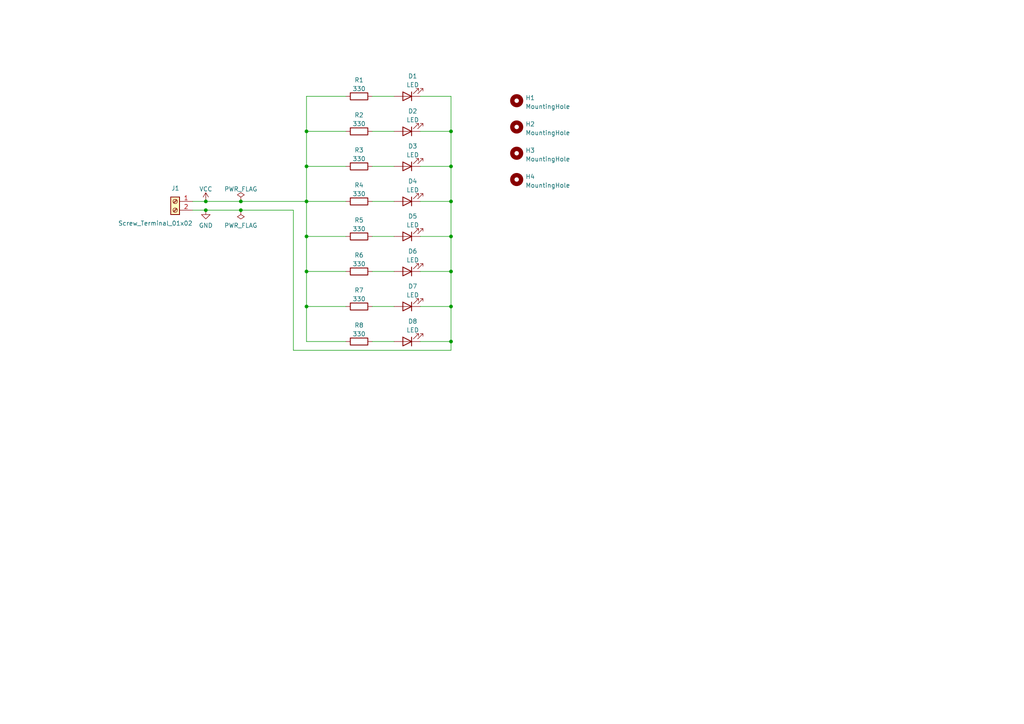
<source format=kicad_sch>
(kicad_sch (version 20211123) (generator eeschema)
  (paper "A4")
  (lib_symbols
    (symbol "Connector:Screw_Terminal_01x02" (pin_names (offset 1.016) hide)
      (property "Reference" "J" (at 0 2.54 0))
      (property "Value" "Screw_Terminal_01x02" (at 0 -5.08 0))
      (symbol "Screw_Terminal_01x02_1_1"
        (rectangle (start -1.27 1.27) (end 1.27 -3.81) (stroke (width 0.254)) (fill (type background)))
        (circle (center 0 -2.54) (radius 0.635) (stroke (width 0.1524)))
        (polyline (pts (xy -0.5334 -2.2098) (xy 0.3302 -3.048)) (stroke (width 0.1524)))
        (polyline (pts (xy -0.5334 0.3302) (xy 0.3302 -0.508)) (stroke (width 0.1524)))
        (polyline (pts (xy -0.3556 -2.032) (xy 0.508 -2.8702)) (stroke (width 0.1524)))
        (polyline (pts (xy -0.3556 0.508) (xy 0.508 -0.3302)) (stroke (width 0.1524)))
        (circle (center 0 0) (radius 0.635) (stroke (width 0.1524)))
        (pin passive line (at -5.08 0 0) (length 3.81) (name "Pin_1") (number "1"))
        (pin passive line (at -5.08 -2.54 0) (length 3.81) (name "Pin_2") (number "2"))
      )
    )
    (symbol "Device:LED" (pin_numbers hide) (pin_names (offset 1.016) hide)
      (property "Reference" "D" (at 0 2.54 0))
      (property "Value" "LED" (at 0 -2.54 0))
      (symbol "LED_0_1"
        (polyline (pts (xy -1.27 -1.27) (xy -1.27 1.27)) (stroke (width 0.254)))
        (polyline (pts (xy -1.27 0) (xy 1.27 0)))
        (polyline (pts (xy 1.27 -1.27) (xy 1.27 1.27) (xy -1.27 0) (xy 1.27 -1.27)) (stroke (width 0.254)))
        (polyline (pts (xy -3.048 -0.762) (xy -4.572 -2.286) (xy -3.81 -2.286) (xy -4.572 -2.286) (xy -4.572 -1.524)))
        (polyline (pts (xy -1.778 -0.762) (xy -3.302 -2.286) (xy -2.54 -2.286) (xy -3.302 -2.286) (xy -3.302 -1.524)))
      )
      (symbol "LED_1_1"
        (pin passive line (at -3.81 0 0) (length 2.54) (name "K") (number "1"))
        (pin passive line (at 3.81 0 180) (length 2.54) (name "A") (number "2"))
      )
    )
    (symbol "Device:R" (pin_numbers hide) (pin_names (offset 0))
      (property "Reference" "R" (at 2.032 0 90))
      (property "Value" "R" (at 0 0 90))
      (symbol "R_0_1"
        (rectangle (start -1.016 -2.54) (end 1.016 2.54) (stroke (width 0.254)))
      )
      (symbol "R_1_1"
        (pin passive line (at 0 3.81 270) (length 1.27) (name "~") (number "1"))
        (pin passive line (at 0 -3.81 90) (length 1.27) (name "~") (number "2"))
      )
    )
    (symbol "Mechanical:MountingHole" (pin_names (offset 1.016))
      (property "Reference" "H" (at 0 5.08 0))
      (property "Value" "MountingHole" (at 0 3.175 0))
      (symbol "MountingHole_0_1"
        (circle (center 0 0) (radius 1.27) (stroke (width 1.27)))
      )
    )
    (symbol "power:GND" (power) (pin_names (offset 0))
      (property "Value" "GND" (at 0 -3.81 0))
      (symbol "GND_0_1"
        (polyline (pts (xy 0 0) (xy 0 -1.27) (xy 1.27 -1.27) (xy 0 -2.54) (xy -1.27 -1.27) (xy 0 -1.27)))
      )
      (symbol "GND_1_1"
        (pin power_in line (at 0 0 270) (length 0) hide (name "GND") (number "1"))
      )
    )
    (symbol "power:PWR_FLAG" (power) (pin_numbers hide) (pin_names (offset 0) hide)
      (property "Value" "PWR_FLAG" (at 0 3.81 0))
      (symbol "PWR_FLAG_0_0"
        (pin power_out line (at 0 0 90) (length 0) (name "pwr") (number "1"))
      )
      (symbol "PWR_FLAG_0_1"
        (polyline (pts (xy 0 0) (xy 0 1.27) (xy -1.016 1.905) (xy 0 2.54) (xy 1.016 1.905) (xy 0 1.27)))
      )
    )
    (symbol "power:VCC" (power) (pin_names (offset 0))
      (property "Value" "VCC" (at 0 3.81 0))
      (symbol "VCC_0_1"
        (polyline (pts (xy -0.762 1.27) (xy 0 2.54)))
        (polyline (pts (xy 0 0) (xy 0 2.54)))
        (polyline (pts (xy 0 2.54) (xy 0.762 1.27)))
      )
      (symbol "VCC_1_1"
        (pin power_in line (at 0 0 90) (length 0) hide (name "VCC") (number "1"))
      )
    )
  )
  (junction (at 69.85 58.42))
  (junction (at 69.85 60.96))
  (junction (at 130.81 38.1))
  (junction (at 130.81 48.26))
  (junction (at 130.81 58.42))
  (junction (at 130.81 99.06))
  (junction (at 130.81 88.9))
  (junction (at 59.69 58.42))
  (junction (at 130.81 78.74))
  (junction (at 88.9 78.74))
  (junction (at 88.9 48.26))
  (junction (at 88.9 58.42))
  (junction (at 88.9 38.1))
  (junction (at 88.9 68.58))
  (junction (at 59.69 60.96))
  (junction (at 130.81 68.58))
  (junction (at 88.9 88.9))
  (wire (pts (xy 55.88 58.42) (xy 59.69 58.42)))
  (wire (pts (xy 121.92 88.9) (xy 130.81 88.9)))
  (wire (pts (xy 59.69 60.96) (xy 69.85 60.96)))
  (wire (pts (xy 59.69 58.42) (xy 69.85 58.42)))
  (wire (pts (xy 130.81 88.9) (xy 130.81 78.74)))
  (wire (pts (xy 130.81 58.42) (xy 130.81 48.26)))
  (wire (pts (xy 130.81 27.94) (xy 121.92 27.94)))
  (wire (pts (xy 88.9 38.1) (xy 88.9 48.26)))
  (wire (pts (xy 88.9 27.94) (xy 88.9 38.1)))
  (wire (pts (xy 100.33 48.26) (xy 88.9 48.26)))
  (wire (pts (xy 121.92 68.58) (xy 130.81 68.58)))
  (wire (pts (xy 55.88 60.96) (xy 59.69 60.96)))
  (wire (pts (xy 88.9 78.74) (xy 100.33 78.74)))
  (wire (pts (xy 100.33 99.06) (xy 88.9 99.06)))
  (wire (pts (xy 130.81 88.9) (xy 130.81 99.06)))
  (wire (pts (xy 107.95 58.42) (xy 114.3 58.42)))
  (wire (pts (xy 121.92 38.1) (xy 130.81 38.1)))
  (wire (pts (xy 107.95 27.94) (xy 114.3 27.94)))
  (wire (pts (xy 107.95 88.9) (xy 114.3 88.9)))
  (wire (pts (xy 88.9 88.9) (xy 88.9 78.74)))
  (wire (pts (xy 88.9 88.9) (xy 100.33 88.9)))
  (wire (pts (xy 88.9 48.26) (xy 88.9 58.42)))
  (wire (pts (xy 69.85 58.42) (xy 88.9 58.42)))
  (wire (pts (xy 130.81 68.58) (xy 130.81 58.42)))
  (wire (pts (xy 121.92 48.26) (xy 130.81 48.26)))
  (wire (pts (xy 107.95 68.58) (xy 114.3 68.58)))
  (wire (pts (xy 130.81 48.26) (xy 130.81 38.1)))
  (wire (pts (xy 107.95 38.1) (xy 114.3 38.1)))
  (wire (pts (xy 130.81 38.1) (xy 130.81 27.94)))
  (wire (pts (xy 107.95 48.26) (xy 114.3 48.26)))
  (wire (pts (xy 130.81 99.06) (xy 130.81 101.6)))
  (wire (pts (xy 88.9 38.1) (xy 100.33 38.1)))
  (wire (pts (xy 100.33 27.94) (xy 88.9 27.94)))
  (wire (pts (xy 69.85 60.96) (xy 85.09 60.96)))
  (wire (pts (xy 121.92 78.74) (xy 130.81 78.74)))
  (wire (pts (xy 107.95 78.74) (xy 114.3 78.74)))
  (wire (pts (xy 85.09 101.6) (xy 130.81 101.6)))
  (wire (pts (xy 85.09 60.96) (xy 85.09 101.6)))
  (wire (pts (xy 130.81 78.74) (xy 130.81 68.58)))
  (wire (pts (xy 121.92 58.42) (xy 130.81 58.42)))
  (wire (pts (xy 88.9 78.74) (xy 88.9 68.58)))
  (wire (pts (xy 88.9 99.06) (xy 88.9 88.9)))
  (wire (pts (xy 88.9 68.58) (xy 100.33 68.58)))
  (wire (pts (xy 88.9 68.58) (xy 88.9 58.42)))
  (wire (pts (xy 107.95 99.06) (xy 114.3 99.06)))
  (wire (pts (xy 121.92 99.06) (xy 130.81 99.06)))
  (wire (pts (xy 88.9 58.42) (xy 100.33 58.42)))
  (symbol (lib_id "Device:LED") (at 118.11 27.94 180) (unit 1)
    (property "Reference" "D1" (at 119.6975 22.0812 0))
    (property "Value" "LED" (at 119.6975 24.6181 0))
    (property "Footprint" "LED_SMD:LED_0201_0603Metric" (effects hide))
  )
  (symbol (lib_id "Device:R") (at 104.14 58.42 90) (unit 1)
    (property "Reference" "R4" (at 104.14 53.7042 90))
    (property "Value" "330" (at 104.14 56.2411 90))
    (property "Footprint" "Resistor_SMD:R_0201_0603Metric" (effects hide))
  )
  (symbol (lib_id "Device:LED") (at 118.11 58.42 180) (unit 1)
    (property "Reference" "D4" (at 119.6975 52.5612 0))
    (property "Value" "LED" (at 119.6975 55.0981 0))
    (property "Footprint" "LED_SMD:LED_0201_0603Metric" (effects hide))
  )
  (symbol (lib_id "power:GND") (at 59.69 60.96 0) (unit 1)
    (property "Reference" "#PWR0102" (effects hide))
    (property "Value" "GND" (at 59.69 65.4034 0))
  )
  (symbol (lib_id "Mechanical:MountingHole") (at 149.86 29.21 0) (unit 1)
    (property "Reference" "H1" (at 152.4 28.3753 0) (effects (justify left)))
    (property "Value" "MountingHole" (at 152.4 30.9122 0) (effects (justify left)))
    (property "Footprint" "MountingHole:MountingHole_2.5mm" (effects hide))
  )
  (symbol (lib_id "Device:R") (at 104.14 78.74 90) (unit 1)
    (property "Reference" "R6" (at 104.14 74.0242 90))
    (property "Value" "330" (at 104.14 76.5611 90))
    (property "Footprint" "Resistor_SMD:R_0201_0603Metric" (effects hide))
  )
  (symbol (lib_id "Mechanical:MountingHole") (at 149.86 36.83 0) (unit 1)
    (property "Reference" "H2" (at 152.4 35.9953 0) (effects (justify left)))
    (property "Value" "MountingHole" (at 152.4 38.5322 0) (effects (justify left)))
    (property "Footprint" "MountingHole:MountingHole_2.5mm" (effects hide))
  )
  (symbol (lib_id "power:PWR_FLAG") (at 69.85 60.96 180) (unit 1)
    (property "Reference" "#FLG0102" (effects hide))
    (property "Value" "PWR_FLAG" (at 69.85 65.4034 0))
  )
  (symbol (lib_id "Device:R") (at 104.14 68.58 90) (unit 1)
    (property "Reference" "R5" (at 104.14 63.8642 90))
    (property "Value" "330" (at 104.14 66.4011 90))
    (property "Footprint" "Resistor_SMD:R_0201_0603Metric" (effects hide))
  )
  (symbol (lib_id "power:PWR_FLAG") (at 69.85 58.42 0) (unit 1)
    (property "Reference" "#FLG0101" (effects hide))
    (property "Value" "PWR_FLAG" (at 69.85 54.8442 0))
  )
  (symbol (lib_id "Device:R") (at 104.14 48.26 90) (unit 1)
    (property "Reference" "R3" (at 104.14 43.5442 90))
    (property "Value" "330" (at 104.14 46.0811 90))
    (property "Footprint" "Resistor_SMD:R_0201_0603Metric" (effects hide))
  )
  (symbol (lib_id "Mechanical:MountingHole") (at 149.86 52.07 0) (unit 1)
    (property "Reference" "H4" (at 152.4 51.2353 0) (effects (justify left)))
    (property "Value" "MountingHole" (at 152.4 53.7722 0) (effects (justify left)))
    (property "Footprint" "MountingHole:MountingHole_2.5mm" (effects hide))
  )
  (symbol (lib_id "Device:R") (at 104.14 27.94 90) (unit 1)
    (property "Reference" "R1" (at 104.14 23.2242 90))
    (property "Value" "330" (at 104.14 25.7611 90))
    (property "Footprint" "Resistor_SMD:R_0201_0603Metric" (effects hide))
  )
  (symbol (lib_id "Mechanical:MountingHole") (at 149.86 44.45 0) (unit 1)
    (property "Reference" "H3" (at 152.4 43.6153 0) (effects (justify left)))
    (property "Value" "MountingHole" (at 152.4 46.1522 0) (effects (justify left)))
    (property "Footprint" "MountingHole:MountingHole_2.5mm" (effects hide))
  )
  (symbol (lib_id "Device:LED") (at 118.11 99.06 180) (unit 1)
    (property "Reference" "D8" (at 119.6975 93.2012 0))
    (property "Value" "LED" (at 119.6975 95.7381 0))
    (property "Footprint" "LED_SMD:LED_0201_0603Metric" (effects hide))
  )
  (symbol (lib_id "power:VCC") (at 59.69 58.42 0) (unit 1)
    (property "Reference" "#PWR0101" (effects hide))
    (property "Value" "VCC" (at 59.69 54.8442 0))
  )
  (symbol (lib_id "Device:LED") (at 118.11 68.58 180) (unit 1)
    (property "Reference" "D5" (at 119.6975 62.7212 0))
    (property "Value" "LED" (at 119.6975 65.2581 0))
    (property "Footprint" "LED_SMD:LED_0201_0603Metric" (effects hide))
  )
  (symbol (lib_id "Device:R") (at 104.14 88.9 90) (unit 1)
    (property "Reference" "R7" (at 104.14 84.1842 90))
    (property "Value" "330" (at 104.14 86.7211 90))
    (property "Footprint" "Resistor_SMD:R_0201_0603Metric" (effects hide))
  )
  (symbol (lib_id "Device:LED") (at 118.11 48.26 180) (unit 1)
    (property "Reference" "D3" (at 119.6975 42.4012 0))
    (property "Value" "LED" (at 119.6975 44.9381 0))
    (property "Footprint" "LED_SMD:LED_0201_0603Metric" (effects hide))
  )
  (symbol (lib_id "Device:R") (at 104.14 38.1 90) (unit 1)
    (property "Reference" "R2" (at 104.14 33.3842 90))
    (property "Value" "330" (at 104.14 35.9211 90))
    (property "Footprint" "Resistor_SMD:R_0201_0603Metric" (effects hide))
  )
  (symbol (lib_id "Device:LED") (at 118.11 38.1 180) (unit 1)
    (property "Reference" "D2" (at 119.6975 32.2412 0))
    (property "Value" "LED" (at 119.6975 34.7781 0))
    (property "Footprint" "LED_SMD:LED_0201_0603Metric" (effects hide))
  )
  (symbol (lib_id "Connector:Screw_Terminal_01x02") (at 50.8 58.42 0) (mirror y) (unit 1)
    (property "Reference" "J1" (at 52.07 54.61 0) (effects (justify left)))
    (property "Value" "Screw_Terminal_01x02" (at 55.88 64.77 0) (effects (justify left)))
    (property "Footprint" "TerminalBlock:TerminalBlock_bornier-2_P5.08mm" (effects hide))
  )
  (symbol (lib_id "Device:R") (at 104.14 99.06 90) (unit 1)
    (property "Reference" "R8" (at 104.14 94.3442 90))
    (property "Value" "330" (at 104.14 96.8811 90))
    (property "Footprint" "Resistor_SMD:R_0201_0603Metric" (effects hide))
  )
  (symbol (lib_id "Device:LED") (at 118.11 88.9 180) (unit 1)
    (property "Reference" "D7" (at 119.6975 83.0412 0))
    (property "Value" "LED" (at 119.6975 85.5781 0))
    (property "Footprint" "LED_SMD:LED_0201_0603Metric" (effects hide))
  )
  (symbol (lib_id "Device:LED") (at 118.11 78.74 180) (unit 1)
    (property "Reference" "D6" (at 119.6975 72.8812 0))
    (property "Value" "LED" (at 119.6975 75.4181 0))
    (property "Footprint" "LED_SMD:LED_0201_0603Metric" (effects hide))
  )
)
</source>
